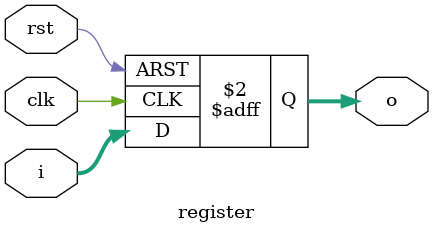
<source format=v>
module register(
  input wire clk, rst,
  input wire [6:0] i,
  output reg [6:0] o
);
  always @(posedge clk, posedge rst) 
  begin
    if (rst)
      o <= 7'b0000_000;
    else
      o <= i;
  end

endmodule
</source>
